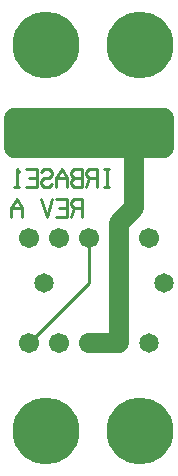
<source format=gbl>
%MOIN*%
%FSLAX25Y25*%
G04 D10 used for Character Trace; *
G04     Circle (OD=.01000) (No hole)*
G04 D11 used for Power Trace; *
G04     Circle (OD=.06500) (No hole)*
G04 D12 used for Signal Trace; *
G04     Circle (OD=.01100) (No hole)*
G04 D13 used for Via; *
G04     Circle (OD=.05800) (Round. Hole ID=.02800)*
G04 D14 used for Component hole; *
G04     Circle (OD=.06500) (Round. Hole ID=.03500)*
G04 D15 used for Component hole; *
G04     Circle (OD=.06700) (Round. Hole ID=.04300)*
G04 D16 used for Component hole; *
G04     Circle (OD=.08100) (Round. Hole ID=.05100)*
G04 D17 used for Component hole; *
G04     Circle (OD=.08900) (Round. Hole ID=.05900)*
G04 D18 used for Component hole; *
G04     Circle (OD=.11300) (Round. Hole ID=.08300)*
G04 D19 used for Component hole; *
G04     Circle (OD=.16000) (Round. Hole ID=.13000)*
G04 D20 used for Component hole; *
G04     Circle (OD=.18300) (Round. Hole ID=.15300)*
G04 D21 used for Component hole; *
G04     Circle (OD=.22291) (Round. Hole ID=.19291)*
%ADD10C,.01000*%
%ADD11C,.06500*%
%ADD12C,.01100*%
%ADD13C,.05800*%
%ADD14C,.06500*%
%ADD15C,.06700*%
%ADD16C,.08100*%
%ADD17C,.08900*%
%ADD18C,.11300*%
%ADD19C,.16000*%
%ADD20C,.18300*%
%ADD21C,.22291*%
%IPPOS*%
%LPD*%
G90*X0Y0D02*D21*X15625Y15625D03*D14*              
X40000Y45000D03*D11*X30000D01*D15*D03*D11*        
X40000D02*Y80000D01*D15*D03*D11*Y85000D01*        
X45000Y90000D01*Y110000D01*X5000D01*Y115000D01*   
X45000D01*Y110000D01*X55000D01*Y115000D01*        
X45000D01*Y120000D01*X5000D01*Y115000D01*D10*     
X35837Y97129D02*Y102871D01*X36674Y97129D02*       
X35000D01*X36674Y102871D02*X35000D01*             
X32511Y97129D02*Y102871D01*X30000D01*             
X29163Y101914D01*Y100957D01*X30000Y100000D01*     
X32511D01*X30000D02*X29163Y97129D01*X27511D02*    
Y102871D01*X25000D01*X24163Y101914D01*Y100957D01* 
X25000Y100000D01*X24163Y99043D01*Y98086D01*       
X25000Y97129D01*X27511D01*Y100000D02*X25000D01*   
X22511Y97129D02*Y100000D01*X20837Y102871D01*      
X19163Y100000D01*Y97129D01*X22511Y100000D02*      
X19163D01*X14163Y101914D02*X15000Y102871D01*      
X16674D01*X17511Y101914D01*Y100957D01*            
X16674Y100000D01*X15000D01*X14163Y99043D01*       
Y98086D01*X15000Y97129D01*X16674D01*              
X17511Y98086D01*X9163Y97129D02*X12511D01*         
Y102871D01*X9163D01*X12511Y100000D02*X10000D01*   
X6674Y101914D02*X5837Y102871D01*Y97129D01*        
X6674D02*X5000D01*X27511Y87129D02*Y92871D01*      
X25000D01*X24163Y91914D01*Y90957D01*              
X25000Y90000D01*X27511D01*X25000D02*              
X24163Y87129D01*X19163D02*X22511D01*Y92871D01*    
X19163D01*X22511Y90000D02*X20000D01*              
X17511Y92871D02*X15837Y87129D01*X14163Y92871D01*  
X7511Y87129D02*Y90000D01*X5837Y92871D01*          
X4163Y90000D01*Y87129D01*X7511Y90000D02*X4163D01* 
D21*X15625Y144375D03*D15*X10000Y80000D03*         
X20000D03*X30000D03*D12*Y65000D01*X10000Y45000D01*
D15*D03*X20000D03*D14*X15000Y65000D03*D21*        
X46875Y15625D03*D14*X50000Y45000D03*D15*Y80000D03*
D14*X55000Y65000D03*D11*Y115000D02*Y120000D01*    
X45000D01*D21*X46875Y144375D03*M02*               

</source>
